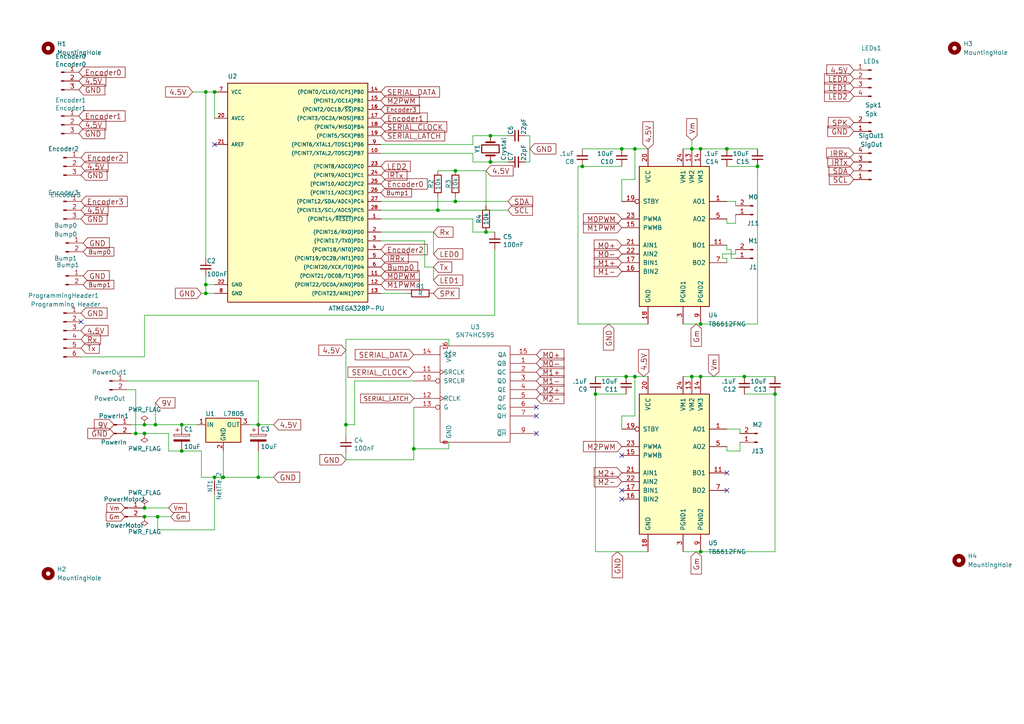
<source format=kicad_sch>
(kicad_sch (version 20231120) (generator "eeschema") (generator_version "8.0")
  (paper "A4")
  (lib_symbols
    (symbol "Device:NetTie_2" (pin_numbers hide) (pin_names (offset 0) hide)
      (property "Reference" "NT" (at 0 1.27 0))
      (property "Value" "NetTie_2" (at 0 -1.27 0))
      (symbol "NetTie_2_0_1"
        (polyline (pts (xy -1.27 0) (xy 1.27 0)) (stroke (width 0.254)))
      )
      (symbol "NetTie_2_1_1"
        (pin passive line (at -2.54 0 0) (length 2.54) (name "1") (number "1"))
        (pin passive line (at 2.54 0 180) (length 2.54) (name "2") (number "2"))
      )
    )
    (symbol "Device:R" (pin_numbers hide) (pin_names (offset 0))
      (property "Reference" "R" (at 2.032 0 90))
      (property "Value" "R" (at 0 0 90))
      (symbol "R_0_1"
        (rectangle (start -1.016 -2.54) (end 1.016 2.54) (stroke (width 0.254)))
      )
      (symbol "R_1_1"
        (pin passive line (at 0 3.81 270) (length 1.27) (name "~") (number "1"))
        (pin passive line (at 0 -3.81 90) (length 1.27) (name "~") (number "2"))
      )
    )
    (symbol "Driver_Motor:TB6612FNG" (pin_names (offset 1.016))
      (property "Reference" "U" (at 11.43 17.78 0))
      (property "Value" "TB6612FNG" (at 11.43 15.24 0))
      (symbol "TB6612FNG_0_1"
        (rectangle (start -10.16 20.32) (end 10.16 -20.32) (stroke (width 0.254)) (fill (type background)))
      )
      (symbol "TB6612FNG_1_1"
        (pin output line (at 15.24 10.16 180) (length 5.08) (name "AO1") (number "1"))
        (pin passive line (at 7.62 -25.4 90) (length 5.08) hide (name "PGND2") (number "10"))
        (pin output line (at 15.24 -2.54 180) (length 5.08) (name "BO1") (number "11"))
        (pin passive line (at 15.24 -2.54 180) (length 5.08) hide (name "BO1") (number "12"))
        (pin power_in line (at 5.08 25.4 270) (length 5.08) (name "VM2") (number "13"))
        (pin power_in line (at 7.62 25.4 270) (length 5.08) (name "VM3") (number "14"))
        (pin input line (at -15.24 2.54 0) (length 5.08) (name "PWMB") (number "15"))
        (pin input line (at -15.24 -10.16 0) (length 5.08) (name "BIN2") (number "16"))
        (pin input line (at -15.24 -7.62 0) (length 5.08) (name "BIN1") (number "17"))
        (pin power_in line (at -7.62 -25.4 90) (length 5.08) (name "GND") (number "18"))
        (pin input inverted (at -15.24 10.16 0) (length 5.08) (name "STBY") (number "19"))
        (pin passive line (at 15.24 10.16 180) (length 5.08) hide (name "AO1") (number "2"))
        (pin power_in line (at -7.62 25.4 270) (length 5.08) (name "VCC") (number "20"))
        (pin input line (at -15.24 -2.54 0) (length 5.08) (name "AIN1") (number "21"))
        (pin input line (at -15.24 -5.08 0) (length 5.08) (name "AIN2") (number "22"))
        (pin input line (at -15.24 5.08 0) (length 5.08) (name "PWMA") (number "23"))
        (pin power_in line (at 2.54 25.4 270) (length 5.08) (name "VM1") (number "24"))
        (pin power_in line (at 2.54 -25.4 90) (length 5.08) (name "PGND1") (number "3"))
        (pin passive line (at 2.54 -25.4 90) (length 5.08) hide (name "PGND1") (number "4"))
        (pin output line (at 15.24 5.08 180) (length 5.08) (name "AO2") (number "5"))
        (pin passive line (at 15.24 5.08 180) (length 5.08) hide (name "AO2") (number "6"))
        (pin output line (at 15.24 -7.62 180) (length 5.08) (name "BO2") (number "7"))
        (pin passive line (at 15.24 -7.62 180) (length 5.08) hide (name "BO2") (number "8"))
        (pin power_in line (at 7.62 -25.4 90) (length 5.08) (name "PGND2") (number "9"))
      )
    )
    (symbol "Mechanical:MountingHole" (pin_names (offset 1.016)) (exclude_from_sim yes) (in_bom no)
      (property "Reference" "H" (at 0 5.08 0))
      (property "Value" "MountingHole" (at 0 3.175 0))
      (symbol "MountingHole_0_1"
        (circle (center 0 0) (radius 1.27) (stroke (width 1.27)))
      )
    )
    (symbol "custom:ATMEGA328P-PU" (pin_names (offset 1.016))
      (property "Reference" "U" (at -19.05 31.75 0))
      (property "Value" "ATMEGA328P-PU" (at 10.16 -35.56 0))
      (symbol "ATMEGA328P-PU_0_1"
        (rectangle (start -19.05 30.48) (end 21.59 -33.02) (stroke (width 0.254)) (fill (type background)))
      )
      (symbol "ATMEGA328P-PU_1_1"
        (pin bidirectional line (at 25.4 -8.89 180) (length 3.81) (name "(PCINT14/~{RESET})PC6") (number "1"))
        (pin bidirectional line (at 25.4 10.16 180) (length 3.81) (name "(PCINT7/XTAL2/TOSC2)PB7") (number "10"))
        (pin bidirectional line (at 25.4 -25.4 180) (length 3.81) (name "(PCINT21/OC0B/T1)PD5") (number "11"))
        (pin bidirectional line (at 25.4 -27.94 180) (length 3.81) (name "(PCINT22/OC0A/AIN0)PD6") (number "12"))
        (pin bidirectional line (at 25.4 -30.48 180) (length 3.81) (name "(PCINT23/AIN1)PD7") (number "13"))
        (pin bidirectional line (at 25.4 27.94 180) (length 3.81) (name "(PCINT0/CLKO/ICP1)PB0") (number "14"))
        (pin bidirectional line (at 25.4 25.4 180) (length 3.81) (name "(PCINT1/OC1A)PB1") (number "15"))
        (pin bidirectional line (at 25.4 22.86 180) (length 3.81) (name "(PCINT2/OC1B/~{SS})PB2") (number "16"))
        (pin bidirectional line (at 25.4 20.32 180) (length 3.81) (name "(PCINT3/OC2A/MOSI)PB3") (number "17"))
        (pin bidirectional line (at 25.4 17.78 180) (length 3.81) (name "(PCINT4/MISO)PB4") (number "18"))
        (pin bidirectional line (at 25.4 15.24 180) (length 3.81) (name "(PCINT5/SCK)PB5") (number "19"))
        (pin bidirectional line (at 25.4 -12.7 180) (length 3.81) (name "(PCINT16/RXD)PD0") (number "2"))
        (pin power_in line (at -22.86 20.32 0) (length 3.81) (name "AVCC") (number "20"))
        (pin bidirectional line (at -22.86 12.7 0) (length 3.81) (name "AREF") (number "21"))
        (pin power_in line (at -22.86 -27.94 0) (length 3.81) (name "GND") (number "22"))
        (pin bidirectional line (at 25.4 6.35 180) (length 3.81) (name "(PCINT8/ADC0)PC0") (number "23"))
        (pin bidirectional line (at 25.4 3.81 180) (length 3.81) (name "(PCINT9/ADC1)PC1") (number "24"))
        (pin bidirectional line (at 25.4 1.27 180) (length 3.81) (name "(PCINT10/ADC2)PC2") (number "25"))
        (pin bidirectional line (at 25.4 -1.27 180) (length 3.81) (name "(PCINT11/ADC3)PC3") (number "26"))
        (pin bidirectional line (at 25.4 -3.81 180) (length 3.81) (name "(PCINT12/SDA/ADC4)PC4") (number "27"))
        (pin bidirectional line (at 25.4 -6.35 180) (length 3.81) (name "(PCINT13/SCL/ADC5)PC5") (number "28"))
        (pin bidirectional line (at 25.4 -15.24 180) (length 3.81) (name "(PCINT17/TXD)PD1") (number "3"))
        (pin bidirectional line (at 25.4 -17.78 180) (length 3.81) (name "(PCINT18/INT0)PD2") (number "4"))
        (pin bidirectional line (at 25.4 -20.32 180) (length 3.81) (name "(PCINT19/OC2B/INT1)PD3") (number "5"))
        (pin bidirectional line (at 25.4 -22.86 180) (length 3.81) (name "(PCINT20/XCK/T0)PD4") (number "6"))
        (pin power_in line (at -22.86 27.94 0) (length 3.81) (name "VCC") (number "7"))
        (pin power_in line (at -22.86 -30.48 0) (length 3.81) (name "GND") (number "8"))
        (pin bidirectional line (at 25.4 12.7 180) (length 3.81) (name "(PCINT6/XTAL1/TOSC1)PB6") (number "9"))
      )
    )
    (symbol "custom:CP" (pin_numbers hide) (pin_names (offset 0.254))
      (property "Reference" "C" (at 0.635 2.54 0))
      (property "Value" "CP" (at 0.635 -2.54 0))
      (symbol "CP_0_1"
        (rectangle (start -2.286 0.508) (end -2.286 1.016))
        (rectangle (start -2.286 0.508) (end 2.286 0.508))
        (polyline (pts (xy -1.778 2.286) (xy -0.762 2.286)))
        (polyline (pts (xy -1.27 2.794) (xy -1.27 1.778)))
        (rectangle (start 2.286 -0.508) (end -2.286 -1.016) (fill (type outline)))
        (rectangle (start 2.286 1.016) (end -2.286 1.016))
        (rectangle (start 2.286 1.016) (end 2.286 0.508))
      )
      (symbol "CP_1_1"
        (pin passive line (at 0 3.81 270) (length 2.794) (name "~") (number "1"))
        (pin passive line (at 0 -3.81 90) (length 2.794) (name "~") (number "2"))
      )
    )
    (symbol "custom:C_Small" (pin_numbers hide) (pin_names (offset 0.254) hide)
      (property "Reference" "C" (at 0.254 1.778 0))
      (property "Value" "C_Small" (at 0.254 -2.032 0))
      (symbol "C_Small_0_1"
        (polyline (pts (xy -1.524 -0.508) (xy 1.524 -0.508)) (stroke (width 0.3302)))
        (polyline (pts (xy -1.524 0.508) (xy 1.524 0.508)) (stroke (width 0.3048)))
      )
      (symbol "C_Small_1_1"
        (pin passive line (at 0 2.54 270) (length 2.032) (name "~") (number "1"))
        (pin passive line (at 0 -2.54 90) (length 2.032) (name "~") (number "2"))
      )
    )
    (symbol "custom:C_Small-Device" (pin_numbers hide) (pin_names (offset 0.254) hide)
      (property "Reference" "C" (at 0.254 1.778 0))
      (property "Value" "C_Small-Device" (at 0.254 -2.032 0))
      (symbol "C_Small-Device_0_1"
        (polyline (pts (xy -1.524 -0.508) (xy 1.524 -0.508)) (stroke (width 0.3302)))
        (polyline (pts (xy -1.524 0.508) (xy 1.524 0.508)) (stroke (width 0.3048)))
      )
      (symbol "C_Small-Device_1_1"
        (pin passive line (at 0 2.54 270) (length 2.032) (name "~") (number "1"))
        (pin passive line (at 0 -2.54 90) (length 2.032) (name "~") (number "2"))
      )
    )
    (symbol "custom:Conn_01x02_Male" (pin_names (offset 1.016) hide)
      (property "Reference" "J" (at 0 2.54 0))
      (property "Value" "Conn_01x02_Male" (at 0 -5.08 0))
      (symbol "Conn_01x02_Male_1_1"
        (polyline (pts (xy 1.27 -2.54) (xy 0.8636 -2.54)) (stroke (width 0.1524)))
        (polyline (pts (xy 1.27 0) (xy 0.8636 0)) (stroke (width 0.1524)))
        (rectangle (start 0.8636 -2.413) (end 0 -2.667) (stroke (width 0.1524)) (fill (type outline)))
        (rectangle (start 0.8636 0.127) (end 0 -0.127) (stroke (width 0.1524)) (fill (type outline)))
        (pin passive line (at 5.08 0 180) (length 3.81) (name "Pin_1") (number "1"))
        (pin passive line (at 5.08 -2.54 180) (length 3.81) (name "Pin_2") (number "2"))
      )
    )
    (symbol "custom:Conn_01x03_Male" (pin_names (offset 1.016) hide)
      (property "Reference" "J" (at 0 5.08 0))
      (property "Value" "Conn_01x03_Male" (at 0 -5.08 0))
      (symbol "Conn_01x03_Male_1_1"
        (polyline (pts (xy 1.27 -2.54) (xy 0.8636 -2.54)) (stroke (width 0.1524)))
        (polyline (pts (xy 1.27 0) (xy 0.8636 0)) (stroke (width 0.1524)))
        (polyline (pts (xy 1.27 2.54) (xy 0.8636 2.54)) (stroke (width 0.1524)))
        (rectangle (start 0.8636 -2.413) (end 0 -2.667) (stroke (width 0.1524)) (fill (type outline)))
        (rectangle (start 0.8636 0.127) (end 0 -0.127) (stroke (width 0.1524)) (fill (type outline)))
        (rectangle (start 0.8636 2.667) (end 0 2.413) (stroke (width 0.1524)) (fill (type outline)))
        (pin passive line (at 5.08 2.54 180) (length 3.81) (name "Pin_1") (number "1"))
        (pin passive line (at 5.08 0 180) (length 3.81) (name "Pin_2") (number "2"))
        (pin passive line (at 5.08 -2.54 180) (length 3.81) (name "Pin_3") (number "3"))
      )
    )
    (symbol "custom:Conn_01x04_Male" (pin_names (offset 1.016) hide)
      (property "Reference" "J" (at 0 5.08 0))
      (property "Value" "Conn_01x04_Male" (at 0 -7.62 0))
      (symbol "Conn_01x04_Male_1_1"
        (polyline (pts (xy 1.27 -5.08) (xy 0.8636 -5.08)) (stroke (width 0.1524)))
        (polyline (pts (xy 1.27 -2.54) (xy 0.8636 -2.54)) (stroke (width 0.1524)))
        (polyline (pts (xy 1.27 0) (xy 0.8636 0)) (stroke (width 0.1524)))
        (polyline (pts (xy 1.27 2.54) (xy 0.8636 2.54)) (stroke (width 0.1524)))
        (rectangle (start 0.8636 -4.953) (end 0 -5.207) (stroke (width 0.1524)) (fill (type outline)))
        (rectangle (start 0.8636 -2.413) (end 0 -2.667) (stroke (width 0.1524)) (fill (type outline)))
        (rectangle (start 0.8636 0.127) (end 0 -0.127) (stroke (width 0.1524)) (fill (type outline)))
        (rectangle (start 0.8636 2.667) (end 0 2.413) (stroke (width 0.1524)) (fill (type outline)))
        (pin passive line (at 5.08 2.54 180) (length 3.81) (name "Pin_1") (number "1"))
        (pin passive line (at 5.08 0 180) (length 3.81) (name "Pin_2") (number "2"))
        (pin passive line (at 5.08 -2.54 180) (length 3.81) (name "Pin_3") (number "3"))
        (pin passive line (at 5.08 -5.08 180) (length 3.81) (name "Pin_4") (number "4"))
      )
    )
    (symbol "custom:Conn_01x06_Male" (pin_names (offset 1.016) hide)
      (property "Reference" "J" (at 0 7.62 0))
      (property "Value" "Conn_01x06_Male" (at 0 -10.16 0))
      (symbol "Conn_01x06_Male_1_1"
        (polyline (pts (xy 1.27 -7.62) (xy 0.8636 -7.62)) (stroke (width 0.1524)))
        (polyline (pts (xy 1.27 -5.08) (xy 0.8636 -5.08)) (stroke (width 0.1524)))
        (polyline (pts (xy 1.27 -2.54) (xy 0.8636 -2.54)) (stroke (width 0.1524)))
        (polyline (pts (xy 1.27 0) (xy 0.8636 0)) (stroke (width 0.1524)))
        (polyline (pts (xy 1.27 2.54) (xy 0.8636 2.54)) (stroke (width 0.1524)))
        (polyline (pts (xy 1.27 5.08) (xy 0.8636 5.08)) (stroke (width 0.1524)))
        (rectangle (start 0.8636 -7.493) (end 0 -7.747) (stroke (width 0.1524)) (fill (type outline)))
        (rectangle (start 0.8636 -4.953) (end 0 -5.207) (stroke (width 0.1524)) (fill (type outline)))
        (rectangle (start 0.8636 -2.413) (end 0 -2.667) (stroke (width 0.1524)) (fill (type outline)))
        (rectangle (start 0.8636 0.127) (end 0 -0.127) (stroke (width 0.1524)) (fill (type outline)))
        (rectangle (start 0.8636 2.667) (end 0 2.413) (stroke (width 0.1524)) (fill (type outline)))
        (rectangle (start 0.8636 5.207) (end 0 4.953) (stroke (width 0.1524)) (fill (type outline)))
        (pin passive line (at 5.08 5.08 180) (length 3.81) (name "Pin_1") (number "1"))
        (pin passive line (at 5.08 2.54 180) (length 3.81) (name "Pin_2") (number "2"))
        (pin passive line (at 5.08 0 180) (length 3.81) (name "Pin_3") (number "3"))
        (pin passive line (at 5.08 -2.54 180) (length 3.81) (name "Pin_4") (number "4"))
        (pin passive line (at 5.08 -5.08 180) (length 3.81) (name "Pin_5") (number "5"))
        (pin passive line (at 5.08 -7.62 180) (length 3.81) (name "Pin_6") (number "6"))
      )
    )
    (symbol "custom:Crystal" (pin_numbers hide) (pin_names (offset 1.016) hide)
      (property "Reference" "Y" (at 0 3.81 0))
      (property "Value" "Crystal" (at 0 -3.81 0))
      (symbol "Crystal_0_1"
        (rectangle (start -1.143 2.54) (end 1.143 -2.54) (stroke (width 0.3048)))
        (polyline (pts (xy -2.54 0) (xy -1.905 0)))
        (polyline (pts (xy -1.905 -1.27) (xy -1.905 1.27)) (stroke (width 0.508)))
        (polyline (pts (xy 1.905 -1.27) (xy 1.905 1.27)) (stroke (width 0.508)))
        (polyline (pts (xy 2.54 0) (xy 1.905 0)))
      )
      (symbol "Crystal_1_1"
        (pin passive line (at -3.81 0 0) (length 1.27) (name "1") (number "1"))
        (pin passive line (at 3.81 0 180) (length 1.27) (name "2") (number "2"))
      )
    )
    (symbol "custom:L7805-Regulator_Linear" (pin_names (offset 0.254))
      (property "Reference" "U" (at -3.81 3.175 0))
      (property "Value" "L7805-Regulator_Linear" (at 0 3.175 0))
      (symbol "L7805-Regulator_Linear_0_1"
        (rectangle (start -5.08 1.905) (end 5.08 -5.08) (stroke (width 0.254)) (fill (type background)))
      )
      (symbol "L7805-Regulator_Linear_1_1"
        (pin power_in line (at -7.62 0 0) (length 2.54) (name "IN") (number "1"))
        (pin power_in line (at 0 -7.62 90) (length 2.54) (name "GND") (number "2"))
        (pin power_out line (at 7.62 0 180) (length 2.54) (name "OUT") (number "3"))
      )
    )
    (symbol "custom:PWR_FLAG" (power) (pin_numbers hide) (pin_names (offset 0) hide)
      (property "Value" "PWR_FLAG" (at 0 3.81 0))
      (symbol "PWR_FLAG_0_0"
        (pin power_out line (at 0 0 90) (length 0) (name "pwr") (number "1"))
      )
      (symbol "PWR_FLAG_0_1"
        (polyline (pts (xy 0 0) (xy 0 1.27) (xy -1.016 1.905) (xy 0 2.54) (xy 1.016 1.905) (xy 0 1.27)))
      )
    )
    (symbol "custom:R" (pin_numbers hide) (pin_names (offset 0))
      (property "Reference" "R" (at 2.032 0 90))
      (property "Value" "R" (at 0 0 90))
      (symbol "R_0_1"
        (rectangle (start -1.016 -2.54) (end 1.016 2.54) (stroke (width 0.254)))
      )
      (symbol "R_1_1"
        (pin passive line (at 0 3.81 270) (length 1.27) (name "~") (number "1"))
        (pin passive line (at 0 -3.81 90) (length 1.27) (name "~") (number "2"))
      )
    )
    (symbol "custom:SN74HC595" (pin_names (offset 1.016))
      (property "Reference" "U" (at 3.81 15.24 0))
      (property "Value" "SN74HC595" (at 0 -15.24 0))
      (symbol "SN74HC595_0_1"
        (rectangle (start -10.16 -13.97) (end 10.16 13.97))
      )
      (symbol "SN74HC595_1_1"
        (pin tri_state line (at 17.78 8.89 180) (length 7.62) (name "QB") (number "1"))
        (pin input inverted (at -17.78 3.81 0) (length 7.62) (name "SRCLR") (number "10"))
        (pin input clock (at -17.78 6.35 0) (length 7.62) (name "SRCLK") (number "11"))
        (pin input clock (at -17.78 -1.27 0) (length 7.62) (name "RCLK") (number "12"))
        (pin input inverted (at -17.78 -3.81 0) (length 7.62) (name "G") (number "13"))
        (pin input line (at -17.78 11.43 0) (length 7.62) (name "SER") (number "14"))
        (pin tri_state line (at 17.78 11.43 180) (length 7.62) (name "QA") (number "15"))
        (pin power_in line (at -7.62 13.97 270) (length 0) (name "VCC") (number "16"))
        (pin tri_state line (at 17.78 6.35 180) (length 7.62) (name "QC") (number "2"))
        (pin tri_state line (at 17.78 3.81 180) (length 7.62) (name "QD") (number "3"))
        (pin tri_state line (at 17.78 1.27 180) (length 7.62) (name "QE") (number "4"))
        (pin tri_state line (at 17.78 -1.27 180) (length 7.62) (name "QF") (number "5"))
        (pin tri_state line (at 17.78 -3.81 180) (length 7.62) (name "QG") (number "6"))
        (pin tri_state line (at 17.78 -6.35 180) (length 7.62) (name "QH") (number "7"))
        (pin power_in line (at -7.62 -13.97 90) (length 0) (name "GND") (number "8"))
        (pin output line (at 17.78 -11.43 180) (length 7.62) (name "~{QH}") (number "9"))
      )
    )
  )
  (junction (at 140.97 67.31))
  (junction (at 142.24 46.99))
  (junction (at 215.9 109.22))
  (junction (at 41.91 147.32))
  (junction (at 184.15 109.22))
  (junction (at 168.91 48.26))
  (junction (at 74.93 138.43))
  (junction (at 142.24 39.37))
  (junction (at 59.69 85.09))
  (junction (at 203.2 93.98))
  (junction (at 224.79 114.3))
  (junction (at 74.93 123.19))
  (junction (at 52.705 130.81))
  (junction (at 203.2 160.02))
  (junction (at 132.08 58.42))
  (junction (at 203.2 43.18))
  (junction (at 59.69 82.55))
  (junction (at 64.77 138.43))
  (junction (at 100.33 123.19))
  (junction (at 132.08 49.53))
  (junction (at 184.15 43.18))
  (junction (at 59.69 26.67))
  (junction (at 45.085 123.19))
  (junction (at 52.705 123.19))
  (junction (at 120.015 130.175))
  (junction (at 181.61 109.22))
  (junction (at 41.91 149.86))
  (junction (at 127 60.96))
  (junction (at 219.71 48.26))
  (junction (at 210.82 43.18))
  (junction (at 200.66 109.22))
  (junction (at 45.72 149.86))
  (junction (at 39.37 125.73))
  (junction (at 62.23 138.43))
  (junction (at 62.23 26.67))
  (junction (at 41.91 123.19))
  (junction (at 203.2 109.22))
  (junction (at 172.72 114.3))
  (junction (at 200.66 43.18))
  (junction (at 180.34 43.18))
  (junction (at 41.91 125.73))
  (no_connect (at 23.495 93.345))
  (no_connect (at 155.575 120.65))
  (no_connect (at 210.82 137.16))
  (no_connect (at 180.34 144.78))
  (no_connect (at 155.575 118.11))
  (no_connect (at 62.23 41.91))
  (no_connect (at 180.34 132.08))
  (no_connect (at 155.575 125.73))
  (no_connect (at 210.82 142.24))
  (no_connect (at 180.34 142.24))
  (wire (pts (xy 213.36 64.77) (xy 210.82 64.77)))
  (wire (pts (xy 210.82 74.93) (xy 209.55 74.93)))
  (wire (pts (xy 36.83 110.49) (xy 74.93 110.49)))
  (wire (pts (xy 198.12 160.02) (xy 203.2 160.02)))
  (wire (pts (xy 184.15 43.18) (xy 184.15 52.07)))
  (wire (pts (xy 210.82 74.93) (xy 210.82 76.2)))
  (wire (pts (xy 140.97 67.31) (xy 137.16 67.31)))
  (wire (pts (xy 64.77 138.43) (xy 74.93 138.43)))
  (wire (pts (xy 41.91 91.44) (xy 143.51 91.44)))
  (wire (pts (xy 203.2 160.02) (xy 224.79 160.02)))
  (wire (pts (xy 213.36 58.42) (xy 213.36 59.69)))
  (wire (pts (xy 153.67 46.99) (xy 152.4 46.99)))
  (wire (pts (xy 59.69 80.01) (xy 59.69 82.55)))
  (wire (pts (xy 62.23 138.43) (xy 64.77 138.43)))
  (wire (pts (xy 74.93 130.81) (xy 74.93 138.43)))
  (wire (pts (xy 212.09 72.39) (xy 212.09 74.93)))
  (wire (pts (xy 213.36 73.66) (xy 213.36 72.39)))
  (wire (pts (xy 137.16 67.31) (xy 137.16 63.5)))
  (wire (pts (xy 210.82 48.26) (xy 219.71 48.26)))
  (wire (pts (xy 38.1 125.73) (xy 39.37 125.73)))
  (wire (pts (xy 120.015 118.11) (xy 120.015 130.175)))
  (wire (pts (xy 58.42 130.81) (xy 58.42 138.43)))
  (wire (pts (xy 219.71 48.26) (xy 219.71 93.98)))
  (wire (pts (xy 142.24 39.37) (xy 147.32 39.37)))
  (wire (pts (xy 110.49 58.42) (xy 132.08 58.42)))
  (wire (pts (xy 59.69 85.09) (xy 62.23 85.09)))
  (wire (pts (xy 38.1 123.19) (xy 41.91 123.19)))
  (wire (pts (xy 59.69 26.67) (xy 59.69 74.93)))
  (wire (pts (xy 210.82 130.81) (xy 210.82 129.54)))
  (wire (pts (xy 45.72 153.67) (xy 62.23 153.67)))
  (wire (pts (xy 132.08 58.42) (xy 147.32 58.42)))
  (wire (pts (xy 110.49 63.5) (xy 137.16 63.5)))
  (wire (pts (xy 72.39 123.19) (xy 74.93 123.19)))
  (wire (pts (xy 36.83 113.03) (xy 39.37 113.03)))
  (wire (pts (xy 180.34 43.18) (xy 184.15 43.18)))
  (wire (pts (xy 110.49 41.91) (xy 137.16 41.91)))
  (wire (pts (xy 167.64 48.26) (xy 168.91 48.26)))
  (wire (pts (xy 45.72 149.86) (xy 49.53 149.86)))
  (wire (pts (xy 123.19 69.85) (xy 123.19 77.47)))
  (wire (pts (xy 215.9 114.3) (xy 224.79 114.3)))
  (wire (pts (xy 200.66 40.64) (xy 200.66 43.18)))
  (wire (pts (xy 55.88 26.67) (xy 59.69 26.67)))
  (wire (pts (xy 132.08 49.53) (xy 140.97 49.53)))
  (wire (pts (xy 214.63 124.46) (xy 210.82 124.46)))
  (wire (pts (xy 127 57.15) (xy 127 60.96)))
  (wire (pts (xy 127 49.53) (xy 132.08 49.53)))
  (wire (pts (xy 58.42 138.43) (xy 62.23 138.43)))
  (wire (pts (xy 41.91 149.86) (xy 45.72 149.86)))
  (wire (pts (xy 52.705 123.19) (xy 57.15 123.19)))
  (wire (pts (xy 168.91 48.26) (xy 180.34 48.26)))
  (wire (pts (xy 130.175 128.27) (xy 130.175 130.175)))
  (wire (pts (xy 224.79 114.3) (xy 224.79 160.02)))
  (wire (pts (xy 74.93 110.49) (xy 74.93 123.19)))
  (wire (pts (xy 100.33 98.425) (xy 100.33 123.19)))
  (wire (pts (xy 209.55 74.93) (xy 209.55 73.66)))
  (wire (pts (xy 214.63 124.46) (xy 214.63 125.73)))
  (wire (pts (xy 45.085 123.19) (xy 45.085 116.84)))
  (wire (pts (xy 137.16 39.37) (xy 142.24 39.37)))
  (wire (pts (xy 203.2 109.22) (xy 215.9 109.22)))
  (wire (pts (xy 52.705 130.81) (xy 58.42 130.81)))
  (wire (pts (xy 41.275 147.32) (xy 41.91 147.32)))
  (wire (pts (xy 39.37 113.03) (xy 39.37 125.73)))
  (wire (pts (xy 213.36 58.42) (xy 210.82 58.42)))
  (wire (pts (xy 102.87 110.49) (xy 120.015 110.49)))
  (wire (pts (xy 137.16 41.91) (xy 137.16 39.37)))
  (wire (pts (xy 45.085 123.19) (xy 52.705 123.19)))
  (wire (pts (xy 110.49 85.09) (xy 118.11 85.09)))
  (wire (pts (xy 125.73 67.31) (xy 125.73 73.66)))
  (wire (pts (xy 184.15 43.18) (xy 187.96 43.18)))
  (wire (pts (xy 172.72 114.3) (xy 172.72 160.02)))
  (wire (pts (xy 59.69 82.55) (xy 59.69 85.09)))
  (wire (pts (xy 198.12 109.22) (xy 200.66 109.22)))
  (wire (pts (xy 180.34 120.65) (xy 180.34 124.46)))
  (wire (pts (xy 198.12 43.18) (xy 200.66 43.18)))
  (wire (pts (xy 100.33 98.425) (xy 130.175 98.425)))
  (wire (pts (xy 110.49 60.96) (xy 127 60.96)))
  (wire (pts (xy 58.42 85.09) (xy 59.69 85.09)))
  (wire (pts (xy 62.23 26.67) (xy 62.23 34.29)))
  (wire (pts (xy 137.16 44.45) (xy 137.16 46.99)))
  (wire (pts (xy 41.275 149.86) (xy 41.91 149.86)))
  (wire (pts (xy 48.895 130.81) (xy 52.705 130.81)))
  (wire (pts (xy 100.33 123.19) (xy 102.87 123.19)))
  (wire (pts (xy 184.15 109.22) (xy 184.15 120.65)))
  (wire (pts (xy 167.64 93.98) (xy 187.96 93.98)))
  (wire (pts (xy 130.175 100.33) (xy 130.175 98.425)))
  (wire (pts (xy 64.77 138.43) (xy 64.77 130.81)))
  (wire (pts (xy 181.61 109.22) (xy 184.15 109.22)))
  (wire (pts (xy 41.91 125.73) (xy 48.895 125.73)))
  (wire (pts (xy 214.63 130.81) (xy 210.82 130.81)))
  (wire (pts (xy 45.72 149.86) (xy 45.72 153.67)))
  (wire (pts (xy 152.4 39.37) (xy 153.67 39.37)))
  (wire (pts (xy 100.33 123.19) (xy 100.33 126.365)))
  (wire (pts (xy 210.82 43.18) (xy 219.71 43.18)))
  (wire (pts (xy 100.33 133.35) (xy 120.015 133.35)))
  (wire (pts (xy 180.34 58.42) (xy 180.34 52.07)))
  (wire (pts (xy 210.82 64.77) (xy 210.82 63.5)))
  (wire (pts (xy 168.91 43.18) (xy 180.34 43.18)))
  (wire (pts (xy 153.67 39.37) (xy 153.67 46.99)))
  (wire (pts (xy 210.82 71.12) (xy 210.82 72.39)))
  (wire (pts (xy 184.15 120.65) (xy 180.34 120.65)))
  (wire (pts (xy 102.87 110.49) (xy 102.87 123.19)))
  (wire (pts (xy 41.91 91.44) (xy 41.91 103.505)))
  (wire (pts (xy 48.895 125.73) (xy 48.895 130.81)))
  (wire (pts (xy 198.12 93.98) (xy 203.2 93.98)))
  (wire (pts (xy 110.49 69.85) (xy 123.19 69.85)))
  (wire (pts (xy 210.82 72.39) (xy 212.09 72.39)))
  (wire (pts (xy 110.49 44.45) (xy 137.16 44.45)))
  (wire (pts (xy 143.51 72.39) (xy 143.51 91.44)))
  (wire (pts (xy 200.66 109.22) (xy 203.2 109.22)))
  (wire (pts (xy 127 60.96) (xy 147.32 60.96)))
  (wire (pts (xy 212.09 74.93) (xy 213.36 74.93)))
  (wire (pts (xy 203.2 43.18) (xy 210.82 43.18)))
  (wire (pts (xy 184.15 109.22) (xy 187.96 109.22)))
  (wire (pts (xy 41.91 123.19) (xy 45.085 123.19)))
  (wire (pts (xy 74.93 138.43) (xy 79.375 138.43)))
  (wire (pts (xy 59.69 26.67) (xy 62.23 26.67)))
  (wire (pts (xy 39.37 125.73) (xy 41.91 125.73)))
  (wire (pts (xy 120.015 130.175) (xy 130.175 130.175)))
  (wire (pts (xy 125.73 77.47) (xy 125.73 81.28)))
  (wire (pts (xy 132.08 57.15) (xy 132.08 58.42)))
  (wire (pts (xy 167.64 93.98) (xy 167.64 48.26)))
  (wire (pts (xy 140.97 49.53) (xy 140.97 59.69)))
  (wire (pts (xy 209.55 73.66) (xy 213.36 73.66)))
  (wire (pts (xy 200.66 43.18) (xy 203.2 43.18)))
  (wire (pts (xy 140.97 67.31) (xy 143.51 67.31)))
  (wire (pts (xy 215.9 109.22) (xy 224.79 109.22)))
  (wire (pts (xy 74.93 123.19) (xy 79.375 123.19)))
  (wire (pts (xy 203.2 93.98) (xy 219.71 93.98)))
  (wire (pts (xy 172.72 114.3) (xy 181.61 114.3)))
  (wire (pts (xy 41.91 147.32) (xy 48.895 147.32)))
  (wire (pts (xy 100.33 131.445) (xy 100.33 133.35)))
  (wire (pts (xy 214.63 128.27) (xy 214.63 130.81)))
  (wire (pts (xy 120.015 130.175) (xy 120.015 133.35)))
  (wire (pts (xy 172.72 109.22) (xy 181.61 109.22)))
  (wire (pts (xy 123.19 77.47) (xy 125.73 77.47)))
  (wire (pts (xy 142.24 46.99) (xy 147.32 46.99)))
  (wire (pts (xy 137.16 46.99) (xy 142.24 46.99)))
  (wire (pts (xy 62.23 153.67) (xy 62.23 143.51)))
  (wire (pts (xy 213.36 62.23) (xy 213.36 64.77)))
  (wire (pts (xy 180.34 52.07) (xy 184.15 52.07)))
  (wire (pts (xy 172.72 160.02) (xy 187.96 160.02)))
  (wire (pts (xy 23.495 103.505) (xy 41.91 103.505)))
  (wire (pts (xy 62.23 82.55) (xy 59.69 82.55)))
  (wire (pts (xy 110.49 67.31) (xy 125.73 67.31)))
  (global_label "9V" (shape input) (at 33.02 123.19 180) (effects (font (size 1.524 1.524))) (property "Intersheetrefs" "${INTERSHEET_REFS}" (effects (hide yes))))
  (global_label "M2PWM" (shape input) (at 110.49 29.21 0) (effects (font (size 1.524 1.524))) (property "Intersheetrefs" "${INTERSHEET_REFS}" (effects (hide yes))))
  (global_label "4.5V" (shape input) (at 100.33 101.6 180) (effects (font (size 1.524 1.524))) (property "Intersheetrefs" "${INTERSHEET_REFS}" (effects (hide yes))))
  (global_label "SPK" (shape input) (at 125.73 85.09 0) (effects (font (size 1.524 1.524))) (property "Intersheetrefs" "${INTERSHEET_REFS}" (effects (hide yes))))
  (global_label "Encoder2" (shape input) (at 23.495 45.72 0) (effects (font (size 1.524 1.524))) (property "Intersheetrefs" "${INTERSHEET_REFS}" (effects (hide yes))))
  (global_label "4.5V" (shape input) (at 247.65 20.32 180) (effects (font (size 1.524 1.524))) (property "Intersheetrefs" "${INTERSHEET_REFS}" (effects (hide yes))))
  (global_label "M2PWM" (shape input) (at 180.34 129.54 180) (effects (font (size 1.524 1.524))) (property "Intersheetrefs" "${INTERSHEET_REFS}" (effects (hide yes))))
  (global_label "M1-" (shape input) (at 155.575 110.49 0) (effects (font (size 1.524 1.524))) (property "Intersheetrefs" "${INTERSHEET_REFS}" (effects (hide yes))))
  (global_label "Encoder1" (shape input) (at 110.49 34.29 0) (effects (font (size 1.524 1.524))) (property "Intersheetrefs" "${INTERSHEET_REFS}" (effects (hide yes))))
  (global_label "IRRx" (shape input) (at 247.65 44.45 180) (effects (font (size 1.524 1.524))) (property "Intersheetrefs" "${INTERSHEET_REFS}" (effects (hide yes))))
  (global_label "SERIAL_DATA" (shape input) (at 120.015 102.87 180) (effects (font (size 1.524 1.524))) (property "Intersheetrefs" "${INTERSHEET_REFS}" (effects (hide yes))))
  (global_label "GND" (shape input) (at 100.33 133.35 180) (effects (font (size 1.524 1.524))) (property "Intersheetrefs" "${INTERSHEET_REFS}" (effects (hide yes))))
  (global_label "4.5V" (shape input) (at 79.375 123.19 0) (effects (font (size 1.524 1.524))) (property "Intersheetrefs" "${INTERSHEET_REFS}" (effects (hide yes))))
  (global_label "SDA" (shape input) (at 247.65 49.53 180) (effects (font (size 1.524 1.524))) (property "Intersheetrefs" "${INTERSHEET_REFS}" (effects (hide yes))))
  (global_label "M1+" (shape input) (at 155.575 107.95 0) (effects (font (size 1.524 1.524))) (property "Intersheetrefs" "${INTERSHEET_REFS}" (effects (hide yes))))
  (global_label "IRRx" (shape input) (at 110.49 74.93 0) (effects (font (size 1.524 1.524))) (property "Intersheetrefs" "${INTERSHEET_REFS}" (effects (hide yes))))
  (global_label "Gm" (shape input) (at 201.93 93.98 270) (effects (font (size 1.524 1.524))) (property "Intersheetrefs" "${INTERSHEET_REFS}" (effects (hide yes))))
  (global_label "4.5V" (shape input) (at 22.86 23.495 0) (effects (font (size 1.524 1.524))) (property "Intersheetrefs" "${INTERSHEET_REFS}" (effects (hide yes))))
  (global_label "Tx" (shape input) (at 23.495 100.965 0) (effects (font (size 1.524 1.524))) (property "Intersheetrefs" "${INTERSHEET_REFS}" (effects (hide yes))))
  (global_label "LED2" (shape input) (at 110.49 48.26 0) (effects (font (size 1.524 1.524))) (property "Intersheetrefs" "${INTERSHEET_REFS}" (effects (hide yes))))
  (global_label "M2+" (shape input) (at 155.575 113.03 0) (effects (font (size 1.524 1.524))) (property "Intersheetrefs" "${INTERSHEET_REFS}" (effects (hide yes))))
  (global_label "Encoder3" (shape input) (at 23.495 58.42 0) (effects (font (size 1.524 1.524))) (property "Intersheetrefs" "${INTERSHEET_REFS}" (effects (hide yes))))
  (global_label "GND" (shape input) (at 22.86 26.035 0) (effects (font (size 1.524 1.524))) (property "Intersheetrefs" "${INTERSHEET_REFS}" (effects (hide yes))))
  (global_label "SPK" (shape input) (at 247.65 35.56 180) (effects (font (size 1.524 1.524))) (property "Intersheetrefs" "${INTERSHEET_REFS}" (effects (hide yes))))
  (global_label "LED2" (shape input) (at 247.65 27.94 180) (effects (font (size 1.524 1.524))) (property "Intersheetrefs" "${INTERSHEET_REFS}" (effects (hide yes))))
  (global_label "GND" (shape input) (at 24.13 70.485 0) (effects (font (size 1.524 1.524))) (property "Intersheetrefs" "${INTERSHEET_REFS}" (effects (hide yes))))
  (global_label "M1-" (shape input) (at 180.34 78.74 180) (effects (font (size 1.524 1.524))) (property "Intersheetrefs" "${INTERSHEET_REFS}" (effects (hide yes))))
  (global_label "M0-" (shape input) (at 180.34 73.66 180) (effects (font (size 1.524 1.524))) (property "Intersheetrefs" "${INTERSHEET_REFS}" (effects (hide yes))))
  (global_label "M2-" (shape input) (at 180.34 139.7 180) (effects (font (size 1.524 1.524))) (property "Intersheetrefs" "${INTERSHEET_REFS}" (effects (hide yes))))
  (global_label "LED0" (shape input) (at 125.73 73.66 0) (effects (font (size 1.524 1.524))) (property "Intersheetrefs" "${INTERSHEET_REFS}" (effects (hide yes))))
  (global_label "Gm" (shape input) (at 36.195 149.86 180) (property "Intersheetrefs" "${INTERSHEET_REFS}" (effects (hide yes))))
  (global_label "M2+" (shape input) (at 180.34 137.16 180) (effects (font (size 1.524 1.524))) (property "Intersheetrefs" "${INTERSHEET_REFS}" (effects (hide yes))))
  (global_label "M1+" (shape input) (at 180.34 76.2 180) (effects (font (size 1.524 1.524))) (property "Intersheetrefs" "${INTERSHEET_REFS}" (effects (hide yes))))
  (global_label "GND" (shape input) (at 176.53 93.98 270) (effects (font (size 1.524 1.524))) (property "Intersheetrefs" "${INTERSHEET_REFS}" (effects (hide yes))))
  (global_label "Gm" (shape input) (at 49.53 149.86 0) (property "Intersheetrefs" "${INTERSHEET_REFS}" (effects (hide yes))))
  (global_label "LED1" (shape input) (at 247.65 25.4 180) (effects (font (size 1.524 1.524))) (property "Intersheetrefs" "${INTERSHEET_REFS}" (effects (hide yes))))
  (global_label "Vm" (shape input) (at 48.895 147.32 0) (property "Intersheetrefs" "${INTERSHEET_REFS}" (effects (hide yes))))
  (global_label "M0-" (shape input) (at 155.575 105.41 0) (effects (font (size 1.524 1.524))) (property "Intersheetrefs" "${INTERSHEET_REFS}" (effects (hide yes))))
  (global_label "GND" (shape input) (at 153.67 43.18 0) (effects (font (size 1.524 1.524))) (property "Intersheetrefs" "${INTERSHEET_REFS}" (effects (hide yes))))
  (global_label "SERIAL_CLOCK" (shape input) (at 110.49 36.83 0) (effects (font (size 1.524 1.524))) (property "Intersheetrefs" "${INTERSHEET_REFS}" (effects (hide yes))))
  (global_label "GND" (shape input) (at 179.07 160.02 270) (effects (font (size 1.524 1.524))) (property "Intersheetrefs" "${INTERSHEET_REFS}" (effects (hide yes))))
  (global_label "M0PWM" (shape input) (at 110.49 80.01 0) (effects (font (size 1.524 1.524))) (property "Intersheetrefs" "${INTERSHEET_REFS}" (effects (hide yes))))
  (global_label "Rx" (shape input) (at 125.73 67.31 0) (effects (font (size 1.524 1.524))) (property "Intersheetrefs" "${INTERSHEET_REFS}" (effects (hide yes))))
  (global_label "Encoder1" (shape input) (at 22.86 33.655 0) (effects (font (size 1.524 1.524))) (property "Intersheetrefs" "${INTERSHEET_REFS}" (effects (hide yes))))
  (global_label "SERIAL_LATCH" (shape input) (at 110.49 39.37 0) (effects (font (size 1.524 1.524))) (property "Intersheetrefs" "${INTERSHEET_REFS}" (effects (hide yes))))
  (global_label "M1PWM" (shape input) (at 180.34 66.04 180) (effects (font (size 1.524 1.524))) (property "Intersheetrefs" "${INTERSHEET_REFS}" (effects (hide yes))))
  (global_label "Encoder3" (shape input) (at 110.49 31.75 0) (property "Intersheetrefs" "${INTERSHEET_REFS}" (effects (hide yes))))
  (global_label "4.5V" (shape input) (at 23.495 95.885 0) (effects (font (size 1.524 1.524))) (property "Intersheetrefs" "${INTERSHEET_REFS}" (effects (hide yes))))
  (global_label "GND" (shape input) (at 23.495 50.8 0) (effects (font (size 1.524 1.524))) (property "Intersheetrefs" "${INTERSHEET_REFS}" (effects (hide yes))))
  (global_label "SCL" (shape input) (at 247.65 52.07 180) (effects (font (size 1.524 1.524))) (property "Intersheetrefs" "${INTERSHEET_REFS}" (effects (hide yes))))
  (global_label "4.5V" (shape input) (at 187.96 43.18 90) (effects (font (size 1.524 1.524))) (property "Intersheetrefs" "${INTERSHEET_REFS}" (effects (hide yes))))
  (global_label "GND" (shape input) (at 33.02 125.73 180) (effects (font (size 1.524 1.524))) (property "Intersheetrefs" "${INTERSHEET_REFS}" (effects (hide yes))))
  (global_label "GND" (shape input) (at 79.375 138.43 0) (effects (font (size 1.524 1.524))) (property "Intersheetrefs" "${INTERSHEET_REFS}" (effects (hide yes))))
  (global_label "Vm" (shape input) (at 200.66 40.64 90) (effects (font (size 1.524 1.524))) (property "Intersheetrefs" "${INTERSHEET_REFS}" (effects (hide yes))))
  (global_label "GND" (shape input) (at 247.65 38.1 180) (effects (font (size 1.524 1.524))) (property "Intersheetrefs" "${INTERSHEET_REFS}" (effects (hide yes))))
  (global_label "M0+" (shape input) (at 180.34 71.12 180) (effects (font (size 1.524 1.524))) (property "Intersheetrefs" "${INTERSHEET_REFS}" (effects (hide yes))))
  (global_label "M0PWM" (shape input) (at 180.34 63.5 180) (effects (font (size 1.524 1.524))) (property "Intersheetrefs" "${INTERSHEET_REFS}" (effects (hide yes))))
  (global_label "Bump0" (shape input) (at 24.13 73.025 0) (property "Intersheetrefs" "${INTERSHEET_REFS}" (effects (hide yes))))
  (global_label "Gm" (shape input) (at 201.93 160.02 270) (effects (font (size 1.524 1.524))) (property "Intersheetrefs" "${INTERSHEET_REFS}" (effects (hide yes))))
  (global_label "GND" (shape input) (at 23.495 90.805 0) (effects (font (size 1.524 1.524))) (property "Intersheetrefs" "${INTERSHEET_REFS}" (effects (hide yes))))
  (global_label "4.5V" (shape input) (at 186.69 109.22 90) (effects (font (size 1.524 1.524))) (property "Intersheetrefs" "${INTERSHEET_REFS}" (effects (hide yes))))
  (global_label "M1PWM" (shape input) (at 110.49 82.55 0) (effects (font (size 1.524 1.524))) (property "Intersheetrefs" "${INTERSHEET_REFS}" (effects (hide yes))))
  (global_label "GND" (shape input) (at 58.42 85.09 180) (effects (font (size 1.524 1.524))) (property "Intersheetrefs" "${INTERSHEET_REFS}" (effects (hide yes))))
  (global_label "SCL" (shape input) (at 147.32 60.96 0) (effects (font (size 1.524 1.524))) (property "Intersheetrefs" "${INTERSHEET_REFS}" (effects (hide yes))))
  (global_label "9V" (shape input) (at 45.085 116.84 0) (effects (font (size 1.524 1.524))) (property "Intersheetrefs" "${INTERSHEET_REFS}" (effects (hide yes))))
  (global_label "GND" (shape input) (at 22.86 38.735 0) (effects (font (size 1.524 1.524))) (property "Intersheetrefs" "${INTERSHEET_REFS}" (effects (hide yes))))
  (global_label "4.5V" (shape input) (at 55.88 26.67 180) (effects (font (size 1.524 1.524))) (property "Intersheetrefs" "${INTERSHEET_REFS}" (effects (hide yes))))
  (global_label "GND" (shape input) (at 24.13 80.01 0) (effects (font (size 1.524 1.524))) (property "Intersheetrefs" "${INTERSHEET_REFS}" (effects (hide yes))))
  (global_label "4.5V" (shape input) (at 23.495 48.26 0) (effects (font (size 1.524 1.524))) (property "Intersheetrefs" "${INTERSHEET_REFS}" (effects (hide yes))))
  (global_label "LED1" (shape input) (at 125.73 81.28 0) (effects (font (size 1.524 1.524))) (property "Intersheetrefs" "${INTERSHEET_REFS}" (effects (hide yes))))
  (global_label "4.5V" (shape input) (at 22.86 36.195 0) (effects (font (size 1.524 1.524))) (property "Intersheetrefs" "${INTERSHEET_REFS}" (effects (hide yes))))
  (global_label "4.5V" (shape input) (at 140.97 49.53 0) (effects (font (size 1.524 1.524))) (property "Intersheetrefs" "${INTERSHEET_REFS}" (effects (hide yes))))
  (global_label "SERIAL_LATCH" (shape input) (at 120.015 115.57 180) (property "Intersheetrefs" "${INTERSHEET_REFS}" (effects (hide yes))))
  (global_label "Bump1" (shape input) (at 110.49 55.88 0) (property "Intersheetrefs" "${INTERSHEET_REFS}" (effects (hide yes))))
  (global_label "Bump1" (shape input) (at 24.13 82.55 0) (property "Intersheetrefs" "${INTERSHEET_REFS}" (effects (hide yes))))
  (global_label "Encoder2" (shape input) (at 110.49 72.39 0) (effects (font (size 1.524 1.524))) (property "Intersheetrefs" "${INTERSHEET_REFS}" (effects (hide yes))))
  (global_label "GND" (shape input) (at 23.495 63.5 0) (effects (font (size 1.524 1.524))) (property "Intersheetrefs" "${INTERSHEET_REFS}" (effects (hide yes))))
  (global_label "Bump0" (shape input) (at 110.49 77.47 0) (effects (font (size 1.524 1.524))) (property "Intersheetrefs" "${INTERSHEET_REFS}" (effects (hide yes))))
  (global_label "LED0" (shape input) (at 247.65 22.86 180) (effects (font (size 1.524 1.524))) (property "Intersheetrefs" "${INTERSHEET_REFS}" (effects (hide yes))))
  (global_label "IRTx" (shape input) (at 110.49 50.8 0) (effects (font (size 1.524 1.524))) (property "Intersheetrefs" "${INTERSHEET_REFS}" (effects (hide yes))))
  (global_label "Vm" (shape input) (at 36.195 147.32 180) (property "Intersheetrefs" "${INTERSHEET_REFS}" (effects (hide yes))))
  (global_label "Encoder0" (shape input) (at 110.49 53.34 0) (effects (font (size 1.524 1.524))) (property "Intersheetrefs" "${INTERSHEET_REFS}" (effects (hide yes))))
  (global_label "Tx" (shape input) (at 125.73 77.47 0) (effects (font (size 1.524 1.524))) (property "Intersheetrefs" "${INTERSHEET_REFS}" (effects (hide yes))))
  (global_label "SERIAL_CLOCK" (shape input) (at 120.015 107.95 180) (effects (font (size 1.524 1.524))) (property "Intersheetrefs" "${INTERSHEET_REFS}" (effects (hide yes))))
  (global_label "SERIAL_DATA" (shape input) (at 110.49 26.67 0) (effects (font (size 1.524 1.524))) (property "Intersheetrefs" "${INTERSHEET_REFS}" (effects (hide yes))))
  (global_label "IRTx" (shape input) (at 247.65 46.99 180) (effects (font (size 1.524 1.524))) (property "Intersheetrefs" "${INTERSHEET_REFS}" (effects (hide yes))))
  (global_label "SDA" (shape input) (at 147.32 58.42 0) (effects (font (size 1.524 1.524))) (property "Intersheetrefs" "${INTERSHEET_REFS}" (effects (hide yes))))
  (global_label "Encoder0" (shape input) (at 22.86 20.955 0) (effects (font (size 1.524 1.524))) (property "Intersheetrefs" "${INTERSHEET_REFS}" (effects (hide yes))))
  (global_label "Vm" (shape input) (at 207.01 109.22 90) (effects (font (size 1.524 1.524))) (property "Intersheetrefs" "${INTERSHEET_REFS}" (effects (hide yes))))
  (global_label "M0+" (shape input) (at 155.575 102.87 0) (effects (font (size 1.524 1.524))) (property "Intersheetrefs" "${INTERSHEET_REFS}" (effects (hide yes))))
  (global_label "4.5V" (shape input) (at 23.495 60.96 0) (effects (font (size 1.524 1.524))) (property "Intersheetrefs" "${INTERSHEET_REFS}" (effects (hide yes))))
  (global_label "M2-" (shape input) (at 155.575 115.57 0) (effects (font (size 1.524 1.524))) (property "Intersheetrefs" "${INTERSHEET_REFS}" (effects (hide yes))))
  (global_label "Rx" (shape input) (at 23.495 98.425 0) (effects (font (size 1.524 1.524))) (property "Intersheetrefs" "${INTERSHEET_REFS}" (effects (hide yes))))
  (symbol (lib_id "custom:Conn_01x02_Male") (at 36.195 147.32 0) (unit 1)
    (property "Reference" "PowerMotor1" (at 36.195 144.78 0))
    (property "Value" "PowerMotor" (at 36.195 152.4 0))
    (property "Footprint" "Connector_JST:JST_EH_B2B-EH-A_1x02_P2.50mm_Vertical" (effects (hide yes)))
  )
  (symbol (lib_id "custom:Conn_01x02_Male") (at 33.02 123.19 0) (unit 1)
    (property "Reference" "PowerIn1" (at 33.02 120.65 0))
    (property "Value" "PowerIn" (at 33.02 128.27 0))
    (property "Footprint" "Connector_JST:JST_EH_B2B-EH-A_1x02_P2.50mm_Vertical" (effects (hide yes)))
  )
  (symbol (lib_id "custom:PWR_FLAG") (at 41.91 147.32 0) (unit 1)
    (property "Reference" "#FLG03" (effects (hide yes)))
    (property "Value" "PWR_FLAG" (at 41.91 142.9258 0))
  )
  (symbol (lib_id "Mechanical:MountingHole") (at 276.86 13.97 0) (unit 1) (exclude_from_sim yes) (in_bom no)
    (property "Reference" "H3" (at 279.4 12.6999 0) (effects (justify left)))
    (property "Value" "MountingHole" (at 279.4 15.2399 0) (effects (justify left)))
    (property "Footprint" "MountingHole:MountingHole_3mm" (effects (hide yes)))
    (property "Description" "Mounting Hole without connection" (effects (hide yes)))
  )
  (symbol (lib_id "custom:CP") (at 52.705 127 0) (unit 1)
    (property "Reference" "C1" (at 53.34 124.46 0) (effects (justify left)))
    (property "Value" "10uF" (at 53.34 129.54 0) (effects (justify left)))
    (property "Footprint" "Capacitor_THT:CP_Radial_D4.0mm_P2.00mm" (effects (hide yes)))
  )
  (symbol (lib_id "custom:C_Small-Device") (at 100.33 128.905 0) (unit 1)
    (property "Reference" "C4" (at 102.6668 127.7366 0) (effects (justify left)))
    (property "Value" "100nF" (at 102.6668 130.048 0) (effects (justify left)))
    (property "Footprint" "Capacitor_THT:C_Disc_D5.0mm_W2.5mm_P2.50mm" (effects (hide yes)))
  )
  (symbol (lib_id "custom:Conn_01x03_Male") (at 18.415 48.26 0) (unit 1)
    (property "Reference" "Encoder2" (at 18.415 43.18 0))
    (property "Value" "Encoder2" (at 18.415 43.18 0))
    (property "Footprint" "Connector_JST:JST_EH_B3B-EH-A_1x03_P2.50mm_Vertical" (effects (hide yes)))
  )
  (symbol (lib_id "custom:C_Small-Device") (at 143.51 69.85 0) (unit 1)
    (property "Reference" "C5" (at 145.8468 68.6816 0) (effects (justify left)))
    (property "Value" "100nF" (at 145.8468 70.993 0) (effects (justify left)))
    (property "Footprint" "Capacitor_THT:C_Disc_D5.0mm_W2.5mm_P2.50mm" (effects (hide yes)))
  )
  (symbol (lib_id "Device:NetTie_2") (at 62.23 140.97 90) (unit 1)
    (property "Reference" "NT1" (at 60.96 140.97 0))
    (property "Value" "NetTie_2" (at 63.5 140.97 0))
    (property "Footprint" "NetTie:NetTie-2_THT_Pad0.3mm" (effects (hide yes)))
  )
  (symbol (lib_id "custom:C_Small-Device") (at 215.9 111.76 180) (unit 1)
    (property "Reference" "C12" (at 213.5632 112.9284 0) (effects (justify left)))
    (property "Value" ".1uF" (at 213.5632 110.617 0) (effects (justify left)))
    (property "Footprint" "Capacitor_THT:C_Disc_D5.0mm_W2.5mm_P2.50mm" (effects (hide yes)))
  )
  (symbol (lib_id "custom:Conn_01x02_Male") (at 218.44 62.23 180) (unit 1)
    (property "Reference" "J11" (at 218.44 64.77 0))
    (property "Value" "M0" (at 218.44 57.15 0))
    (property "Footprint" "Connector_JST:JST_EH_B2B-EH-A_1x02_P2.50mm_Vertical" (effects (hide yes)))
  )
  (symbol (lib_id "custom:Conn_01x02_Male") (at 31.75 110.49 0) (unit 1)
    (property "Reference" "PowerOut1" (at 31.75 107.95 0))
    (property "Value" "PowerOut" (at 31.75 115.57 0))
    (property "Footprint" "Connector_JST:JST_EH_B2B-EH-A_1x02_P2.50mm_Vertical" (effects (hide yes)))
  )
  (symbol (lib_id "custom:Conn_01x02_Male") (at 19.05 70.485 0) (unit 1)
    (property "Reference" "Bump0" (at 19.05 65.405 0))
    (property "Value" "Bump0" (at 19.05 67.945 0))
    (property "Footprint" "Connector_JST:JST_EH_B2B-EH-A_1x02_P2.50mm_Vertical" (effects (hide yes)))
  )
  (symbol (lib_id "custom:Conn_01x06_Male") (at 18.415 95.885 0) (unit 1)
    (property "Reference" "ProgrammingHeader1" (at 18.415 85.725 0))
    (property "Value" "Programming Header" (at 19.05 88.265 0))
    (property "Footprint" "Connector_PinHeader_2.54mm:PinHeader_1x06_P2.54mm_Vertical" (effects (hide yes)))
  )
  (symbol (lib_id "custom:L7805-Regulator_Linear") (at 64.77 123.19 0) (unit 1)
    (property "Reference" "U1" (at 60.96 120.015 0))
    (property "Value" "L7805" (at 64.77 120.015 0) (effects (justify left)))
    (property "Footprint" "custom:L7805CV" (effects (hide yes)))
  )
  (symbol (lib_id "custom:Conn_01x02_Male") (at 19.05 80.01 0) (unit 1)
    (property "Reference" "Bump1" (at 19.05 74.93 0))
    (property "Value" "Bump1" (at 19.685 76.835 0))
    (property "Footprint" "Connector_JST:JST_EH_B2B-EH-A_1x02_P2.50mm_Vertical" (effects (hide yes)))
  )
  (symbol (lib_id "custom:Conn_01x02_Male") (at 219.71 128.27 180) (unit 1)
    (property "Reference" "J13" (at 219.71 130.81 0))
    (property "Value" "M2" (at 219.71 123.19 0))
    (property "Footprint" "Connector_JST:JST_EH_B2B-EH-A_1x02_P2.50mm_Vertical" (effects (hide yes)))
  )
  (symbol (lib_id "custom:C_Small") (at 149.86 39.37 90) (unit 1)
    (property "Reference" "C6" (at 148.082 39.116 0) (effects (justify left)))
    (property "Value" "22pF" (at 151.892 39.116 0) (effects (justify left)))
    (property "Footprint" "Capacitor_THT:C_Disc_D5.0mm_W2.5mm_P2.50mm" (effects (hide yes)))
  )
  (symbol (lib_id "Driver_Motor:TB6612FNG") (at 195.58 134.62 0) (unit 1)
    (property "Reference" "U5" (at 205.3941 157.48 0) (effects (justify left)))
    (property "Value" "TB6612FNG" (at 205.3941 160.02 0) (effects (justify left)))
    (property "Footprint" "Package_SO:SSOP-24_5.3x8.2mm_P0.65mm" (effects (hide yes)))
    (property "Datasheet" "https://toshiba.semicon-storage.com/us/product/linear/motordriver/detail.TB6612FNG.html" (effects (hide yes)))
    (property "Description" "Driver IC for Dual DC motor, SSOP-24" (effects (hide yes)))
  )
  (symbol (lib_id "custom:Conn_01x03_Male") (at 17.78 23.495 0) (unit 1)
    (property "Reference" "Encoder0" (at 20.5232 16.3576 0))
    (property "Value" "Encoder0" (at 20.5232 18.669 0))
    (property "Footprint" "Connector_JST:JST_EH_B3B-EH-A_1x03_P2.50mm_Vertical" (effects (hide yes)))
  )
  (symbol (lib_id "custom:R") (at 127 53.34 180) (unit 1)
    (property "Reference" "R2" (at 124.968 53.34 90))
    (property "Value" "10k" (at 127 53.34 90))
    (property "Footprint" "Resistor_THT:R_Axial_DIN0207_L6.3mm_D2.5mm_P7.62mm_Horizontal" (effects (hide yes)))
  )
  (symbol (lib_id "Mechanical:MountingHole") (at 13.97 13.97 0) (unit 1) (exclude_from_sim yes) (in_bom no)
    (property "Reference" "H1" (at 16.51 12.6999 0) (effects (justify left)))
    (property "Value" "MountingHole" (at 16.51 15.2399 0) (effects (justify left)))
    (property "Footprint" "MountingHole:MountingHole_3mm" (effects (hide yes)))
    (property "Description" "Mounting Hole without connection" (effects (hide yes)))
  )
  (symbol (lib_id "Mechanical:MountingHole") (at 13.97 166.37 0) (unit 1) (exclude_from_sim yes) (in_bom no)
    (property "Reference" "H2" (at 16.51 165.0999 0) (effects (justify left)))
    (property "Value" "MountingHole" (at 16.51 167.6399 0) (effects (justify left)))
    (property "Footprint" "MountingHole:MountingHole_3mm" (effects (hide yes)))
    (property "Description" "Mounting Hole without connection" (effects (hide yes)))
  )
  (symbol (lib_id "custom:C_Small-Device") (at 210.82 45.72 180) (unit 1)
    (property "Reference" "C14" (at 208.4832 46.8884 0) (effects (justify left)))
    (property "Value" ".1uF" (at 208.4832 44.577 0) (effects (justify left)))
    (property "Footprint" "Capacitor_THT:C_Disc_D5.0mm_W2.5mm_P2.50mm" (effects (hide yes)))
  )
  (symbol (lib_id "custom:CP") (at 74.93 127 0) (unit 1)
    (property "Reference" "C3" (at 75.565 124.46 0) (effects (justify left)))
    (property "Value" "10uF" (at 75.565 129.54 0) (effects (justify left)))
    (property "Footprint" "Capacitor_THT:CP_Radial_D4.0mm_P2.00mm" (effects (hide yes)))
  )
  (symbol (lib_id "Device:R") (at 121.92 85.09 90) (unit 1)
    (property "Reference" "R1" (at 121.92 83.058 90))
    (property "Value" "R" (at 121.92 85.09 90))
    (property "Footprint" "Resistor_THT:R_Axial_DIN0207_L6.3mm_D2.5mm_P7.62mm_Horizontal" (effects (hide yes)))
  )
  (symbol (lib_id "Mechanical:MountingHole") (at 278.13 162.56 0) (unit 1) (exclude_from_sim yes) (in_bom no)
    (property "Reference" "H4" (at 280.67 161.2899 0) (effects (justify left)))
    (property "Value" "MountingHole" (at 280.67 163.8299 0) (effects (justify left)))
    (property "Footprint" "MountingHole:MountingHole_3mm" (effects (hide yes)))
    (property "Description" "Mounting Hole without connection" (effects (hide yes)))
  )
  (symbol (lib_id "custom:Conn_01x04_Male") (at 252.73 49.53 180) (unit 1)
    (property "Reference" "SigOut1" (at 252.73 39.37 0))
    (property "Value" "SigOut" (at 252.73 41.91 0))
    (property "Footprint" "Connector_JST:JST_EH_B4B-EH-A_1x04_P2.50mm_Vertical" (effects (hide yes)))
  )
  (symbol (lib_id "custom:Conn_01x03_Male") (at 17.78 36.195 0) (unit 1)
    (property "Reference" "Encoder1" (at 20.5232 29.0576 0))
    (property "Value" "Encoder1" (at 20.5232 31.369 0))
    (property "Footprint" "Connector_JST:JST_EH_B3B-EH-A_1x03_P2.50mm_Vertical" (effects (hide yes)))
  )
  (symbol (lib_id "custom:C_Small-Device") (at 172.72 111.76 180) (unit 1)
    (property "Reference" "C9" (at 170.3832 112.9284 0) (effects (justify left)))
    (property "Value" ".1uF" (at 170.3832 110.617 0) (effects (justify left)))
    (property "Footprint" "Capacitor_THT:C_Disc_D5.0mm_W2.5mm_P2.50mm" (effects (hide yes)))
  )
  (symbol (lib_id "custom:PWR_FLAG") (at 41.91 149.86 180) (unit 1)
    (property "Reference" "#FLG04" (effects (hide yes)))
    (property "Value" "PWR_FLAG" (at 41.91 154.2542 0))
  )
  (symbol (lib_id "custom:C_Small") (at 59.69 77.47 0) (unit 1)
    (property "Reference" "C2" (at 59.944 75.692 0) (effects (justify left)))
    (property "Value" "100nF" (at 59.944 79.502 0) (effects (justify left)))
    (property "Footprint" "Capacitor_THT:C_Disc_D5.0mm_W2.5mm_P2.50mm" (effects (hide yes)))
  )
  (symbol (lib_id "custom:C_Small-Device") (at 168.91 45.72 180) (unit 1)
    (property "Reference" "C8" (at 166.5732 46.8884 0) (effects (justify left)))
    (property "Value" ".1uF" (at 166.5732 44.577 0) (effects (justify left)))
    (property "Footprint" "Capacitor_THT:C_Disc_D5.0mm_W2.5mm_P2.50mm" (effects (hide yes)))
  )
  (symbol (lib_id "custom:C_Small-Device") (at 180.34 45.72 180) (unit 1)
    (property "Reference" "C10" (at 178.0032 46.8884 0) (effects (justify left)))
    (property "Value" "10uF" (at 178.0032 44.577 0) (effects (justify left)))
    (property "Footprint" "Capacitor_THT:CP_Radial_D4.0mm_P2.00mm" (effects (hide yes)))
  )
  (symbol (lib_id "custom:PWR_FLAG") (at 41.91 123.19 0) (unit 1)
    (property "Reference" "#FLG01" (effects (hide yes)))
    (property "Value" "PWR_FLAG" (at 41.91 118.7958 0))
  )
  (symbol (lib_id "custom:C_Small-Device") (at 181.61 111.76 180) (unit 1)
    (property "Reference" "C11" (at 179.2732 112.9284 0) (effects (justify left)))
    (property "Value" "10uF" (at 179.2732 110.617 0) (effects (justify left)))
    (property "Footprint" "Capacitor_THT:CP_Radial_D4.0mm_P2.00mm" (effects (hide yes)))
  )
  (symbol (lib_id "custom:C_Small") (at 149.86 46.99 90) (unit 1)
    (property "Reference" "C7" (at 148.082 46.736 0) (effects (justify left)))
    (property "Value" "22pF" (at 151.892 46.736 0) (effects (justify left)))
    (property "Footprint" "Capacitor_THT:C_Disc_D5.0mm_W2.5mm_P2.50mm" (effects (hide yes)))
  )
  (symbol (lib_id "custom:Conn_01x04_Male") (at 252.73 22.86 0) (mirror y) (unit 1)
    (property "Reference" "LEDs1" (at 252.73 13.97 0))
    (property "Value" "LEDs" (at 252.73 17.78 0))
    (property "Footprint" "Connector_JST:JST_EH_B4B-EH-A_1x04_P2.50mm_Vertical" (effects (hide yes)))
  )
  (symbol (lib_id "custom:R") (at 132.08 53.34 180) (unit 1)
    (property "Reference" "R3" (at 130.048 53.34 90))
    (property "Value" "10k" (at 132.08 53.34 90))
    (property "Footprint" "Resistor_THT:R_Axial_DIN0207_L6.3mm_D2.5mm_P7.62mm_Horizontal" (effects (hide yes)))
  )
  (symbol (lib_id "custom:ATMEGA328P-PU") (at 85.09 54.61 0) (unit 1)
    (property "Reference" "U2" (at 66.04 22.86 0) (effects (justify left bottom)))
    (property "Value" "ATMEGA328P-PU" (at 95.25 90.17 0) (effects (justify left bottom)))
    (property "Footprint" "custom:DIP-28_W7.62mm" (effects (hide yes)))
  )
  (symbol (lib_id "custom:C_Small-Device") (at 224.79 111.76 180) (unit 1)
    (property "Reference" "C13" (at 222.4532 112.9284 0) (effects (justify left)))
    (property "Value" "10uF" (at 222.4532 110.617 0) (effects (justify left)))
    (property "Footprint" "Capacitor_THT:CP_Radial_D4.0mm_P2.00mm" (effects (hide yes)))
  )
  (symbol (lib_id "custom:R") (at 140.97 63.5 180) (unit 1)
    (property "Reference" "R4" (at 138.938 63.5 90))
    (property "Value" "10k" (at 140.97 63.5 90))
    (property "Footprint" "Resistor_THT:R_Axial_DIN0207_L6.3mm_D2.5mm_P7.62mm_Horizontal" (effects (hide yes)))
  )
  (symbol (lib_id "custom:PWR_FLAG") (at 41.91 125.73 180) (unit 1)
    (property "Reference" "#FLG02" (effects (hide yes)))
    (property "Value" "PWR_FLAG" (at 41.91 130.1242 0))
  )
  (symbol (lib_id "custom:Conn_01x02_Male") (at 252.73 38.1 180) (unit 1)
    (property "Reference" "Spk1" (at 253.365 30.48 0))
    (property "Value" "Spk" (at 252.73 33.02 0))
    (property "Footprint" "Connector_JST:JST_EH_B2B-EH-A_1x02_P2.50mm_Vertical" (effects (hide yes)))
  )
  (symbol (lib_id "custom:Crystal") (at 142.24 43.18 90) (unit 1)
    (property "Reference" "Y1" (at 138.43 43.18 0))
    (property "Value" "Crystal" (at 146.05 43.18 0))
    (property "Footprint" "Crystal:Crystal_HC49-U_Vertical" (effects (hide yes)))
  )
  (symbol (lib_id "custom:SN74HC595") (at 137.795 114.3 0) (unit 1)
    (property "Reference" "U3" (at 137.795 94.8436 0))
    (property "Value" "SN74HC595" (at 137.795 97.155 0))
    (property "Footprint" "custom:DIP-16_W7.62mm" (effects (hide yes)))
  )
  (symbol (lib_id "custom:Conn_01x03_Male") (at 18.415 60.96 0) (unit 1)
    (property "Reference" "Encoder3" (at 18.415 55.88 0))
    (property "Value" "Encoder3" (at 19.05 56.515 0))
    (property "Footprint" "Connector_JST:JST_EH_B3B-EH-A_1x03_P2.50mm_Vertical" (effects (hide yes)))
  )
  (symbol (lib_id "custom:Conn_01x02_Male") (at 218.44 74.93 180) (unit 1)
    (property "Reference" "J1" (at 218.44 77.47 0))
    (property "Value" "M1" (at 218.44 69.85 0))
    (property "Footprint" "Connector_JST:JST_EH_B2B-EH-A_1x02_P2.50mm_Vertical" (effects (hide yes)))
  )
  (symbol (lib_id "Driver_Motor:TB6612FNG") (at 195.58 68.58 0) (unit 1)
    (property "Reference" "U4" (at 205.3941 91.44 0) (effects (justify left)))
    (property "Value" "TB6612FNG" (at 205.3941 93.98 0) (effects (justify left)))
    (property "Footprint" "Package_SO:SSOP-24_5.3x8.2mm_P0.65mm" (effects (hide yes)))
    (property "Datasheet" "https://toshiba.semicon-storage.com/us/product/linear/motordriver/detail.TB6612FNG.html" (effects (hide yes)))
    (property "Description" "Driver IC for Dual DC motor, SSOP-24" (effects (hide yes)))
  )
  (symbol (lib_id "custom:C_Small-Device") (at 219.71 45.72 180) (unit 1)
    (property "Reference" "C15" (at 217.3732 46.8884 0) (effects (justify left)))
    (property "Value" "10uF" (at 217.3732 44.577 0) (effects (justify left)))
    (property "Footprint" "Capacitor_THT:CP_Radial_D4.0mm_P2.00mm" (effects (hide yes)))
  )
)
</source>
